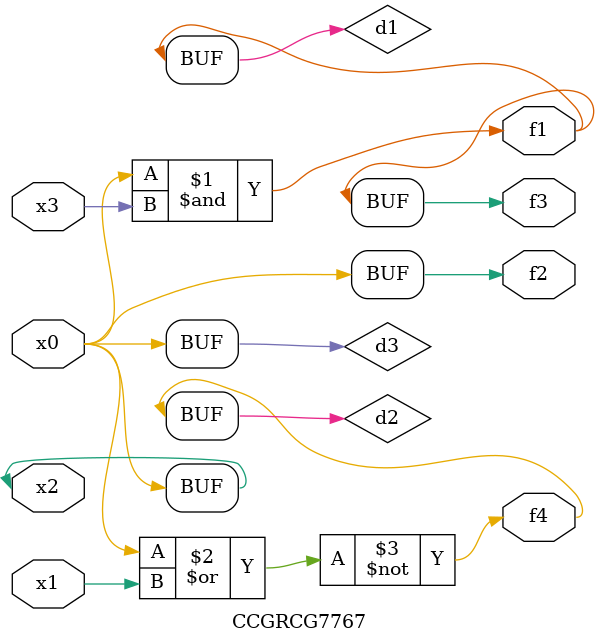
<source format=v>
module CCGRCG7767(
	input x0, x1, x2, x3,
	output f1, f2, f3, f4
);

	wire d1, d2, d3;

	and (d1, x2, x3);
	nor (d2, x0, x1);
	buf (d3, x0, x2);
	assign f1 = d1;
	assign f2 = d3;
	assign f3 = d1;
	assign f4 = d2;
endmodule

</source>
